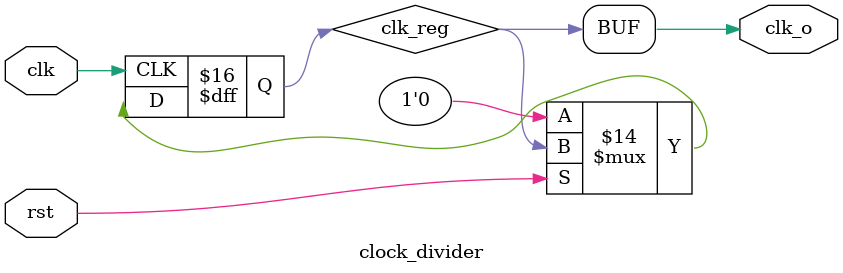
<source format=v>
module clock_divider(input clk,input rst,output clk_o);
parameter DV=4;
reg clk_reg;
reg[3:0] count;
always@(posedge clk)
begin
if(rst ==1'b0)
begin
clk_reg = 0;
count = 4'h0;
end
else
begin
if(count == (DV/2)-1)
begin
count <= 4'h0;
clk_reg <= clk_reg;
end
else
begin
count<=count+4'h1;
end
end
end
assign clk_o = clk_reg;
endmodule

</source>
